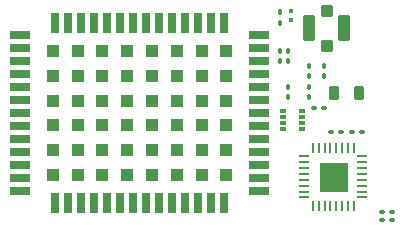
<source format=gbr>
%TF.GenerationSoftware,KiCad,Pcbnew,9.0.1*%
%TF.CreationDate,2025-05-26T16:44:25+02:00*%
%TF.ProjectId,Janus HW,4a616e75-7320-4485-972e-6b696361645f,rev?*%
%TF.SameCoordinates,Original*%
%TF.FileFunction,Paste,Top*%
%TF.FilePolarity,Positive*%
%FSLAX46Y46*%
G04 Gerber Fmt 4.6, Leading zero omitted, Abs format (unit mm)*
G04 Created by KiCad (PCBNEW 9.0.1) date 2025-05-26 16:44:25*
%MOMM*%
%LPD*%
G01*
G04 APERTURE LIST*
G04 Aperture macros list*
%AMRoundRect*
0 Rectangle with rounded corners*
0 $1 Rounding radius*
0 $2 $3 $4 $5 $6 $7 $8 $9 X,Y pos of 4 corners*
0 Add a 4 corners polygon primitive as box body*
4,1,4,$2,$3,$4,$5,$6,$7,$8,$9,$2,$3,0*
0 Add four circle primitives for the rounded corners*
1,1,$1+$1,$2,$3*
1,1,$1+$1,$4,$5*
1,1,$1+$1,$6,$7*
1,1,$1+$1,$8,$9*
0 Add four rect primitives between the rounded corners*
20,1,$1+$1,$2,$3,$4,$5,0*
20,1,$1+$1,$4,$5,$6,$7,0*
20,1,$1+$1,$6,$7,$8,$9,0*
20,1,$1+$1,$8,$9,$2,$3,0*%
G04 Aperture macros list end*
%ADD10C,0.010000*%
%ADD11RoundRect,0.090000X0.139000X0.090000X-0.139000X0.090000X-0.139000X-0.090000X0.139000X-0.090000X0*%
%ADD12RoundRect,0.090000X0.090000X-0.139000X0.090000X0.139000X-0.090000X0.139000X-0.090000X-0.139000X0*%
%ADD13RoundRect,0.218750X-0.218750X-0.381250X0.218750X-0.381250X0.218750X0.381250X-0.218750X0.381250X0*%
%ADD14R,0.475000X0.300000*%
%ADD15RoundRect,0.090000X-0.090000X0.139000X-0.090000X-0.139000X0.090000X-0.139000X0.090000X0.139000X0*%
%ADD16R,0.760000X1.790000*%
%ADD17R,0.730000X1.790000*%
%ADD18R,1.790000X0.760000*%
%ADD19R,1.790000X0.780000*%
%ADD20R,1.090000X1.090000*%
%ADD21RoundRect,0.100000X-0.400000X-0.400000X0.400000X-0.400000X0.400000X0.400000X-0.400000X0.400000X0*%
%ADD22RoundRect,0.105000X-0.420000X-0.995000X0.420000X-0.995000X0.420000X0.995000X-0.420000X0.995000X0*%
%ADD23R,0.810000X0.270000*%
%ADD24R,0.270000X0.810000*%
%ADD25RoundRect,0.079500X0.100500X-0.079500X0.100500X0.079500X-0.100500X0.079500X-0.100500X-0.079500X0*%
G04 APERTURE END LIST*
D10*
%TO.C,IC1*%
X195975000Y-72475000D02*
X193635000Y-72475000D01*
X193635000Y-70135000D01*
X195975000Y-70135000D01*
X195975000Y-72475000D01*
G36*
X195975000Y-72475000D02*
G01*
X193635000Y-72475000D01*
X193635000Y-70135000D01*
X195975000Y-70135000D01*
X195975000Y-72475000D01*
G37*
%TD*%
D11*
%TO.C,C5*%
X198910000Y-75000000D03*
X199775000Y-75000000D03*
%TD*%
%TO.C,C4*%
X198910000Y-74250000D03*
X199775000Y-74250000D03*
%TD*%
D12*
%TO.C,R4*%
X191000000Y-64590000D03*
X191000000Y-63725000D03*
%TD*%
%TO.C,R3*%
X192750000Y-64590000D03*
X192750000Y-63725000D03*
%TD*%
D13*
%TO.C,L2*%
X194875000Y-64250000D03*
X197000000Y-64250000D03*
%TD*%
D14*
%TO.C,IC3*%
X192176000Y-67250000D03*
X192176000Y-66750000D03*
X192176000Y-66250000D03*
X192176000Y-65750000D03*
X190500000Y-65750000D03*
X190500000Y-66250000D03*
X190500000Y-66750000D03*
X190500000Y-67250000D03*
%TD*%
D11*
%TO.C,C8*%
X194000000Y-65500000D03*
X193135000Y-65500000D03*
%TD*%
D15*
%TO.C,C7*%
X192750000Y-61910000D03*
X192750000Y-62775000D03*
%TD*%
%TO.C,C6*%
X194000000Y-61885000D03*
X194000000Y-62750000D03*
%TD*%
D16*
%TO.C,IC2*%
X185545000Y-58295000D03*
X184445000Y-58295000D03*
X183345000Y-58295000D03*
D17*
X182260000Y-58295000D03*
D16*
X181145000Y-58295000D03*
X180045000Y-58295000D03*
X178945000Y-58295000D03*
X177845000Y-58295000D03*
D17*
X176760000Y-58295000D03*
D16*
X175645000Y-58295000D03*
X174545000Y-58295000D03*
X173445000Y-58295000D03*
X172345000Y-58295000D03*
X171245000Y-58295000D03*
D18*
X168290000Y-59300000D03*
X168290000Y-60400000D03*
X168290000Y-61500000D03*
X168290000Y-62600000D03*
X168290000Y-63700000D03*
D19*
X168290000Y-64790000D03*
D18*
X168290000Y-65900000D03*
X168290000Y-67000000D03*
X168290000Y-68100000D03*
X168290000Y-69200000D03*
X168290000Y-70300000D03*
X168290000Y-71400000D03*
X168290000Y-72500000D03*
D16*
X171245000Y-73505000D03*
X172345000Y-73505000D03*
X173445000Y-73505000D03*
X174545000Y-73505000D03*
X175645000Y-73505000D03*
X176745000Y-73505000D03*
X177845000Y-73505000D03*
X178945000Y-73505000D03*
X180045000Y-73505000D03*
X181145000Y-73505000D03*
X182245000Y-73505000D03*
X183345000Y-73505000D03*
X184445000Y-73505000D03*
X185545000Y-73505000D03*
D18*
X188500000Y-72500000D03*
X188500000Y-71400000D03*
X188500000Y-70300000D03*
X188500000Y-69200000D03*
X188500000Y-68100000D03*
X188500000Y-67000000D03*
X188500000Y-65900000D03*
X188500000Y-64800000D03*
X188500000Y-63700000D03*
X188500000Y-62600000D03*
X188500000Y-61500000D03*
X188500000Y-60400000D03*
X188500000Y-59300000D03*
D20*
X185745000Y-60650000D03*
X183645000Y-60650000D03*
X181545000Y-60650000D03*
X179445000Y-60650000D03*
X177345000Y-60650000D03*
X175245000Y-60650000D03*
X173145000Y-60650000D03*
X171045000Y-60650000D03*
X185745000Y-62750000D03*
X183645000Y-62750000D03*
X181545000Y-62750000D03*
X179445000Y-62750000D03*
X177345000Y-62750000D03*
X175245000Y-62750000D03*
X173145000Y-62750000D03*
X171045000Y-62750000D03*
X185745000Y-64850000D03*
X183645000Y-64850000D03*
X181545000Y-64850000D03*
X179445000Y-64850000D03*
X177345000Y-64850000D03*
X175245000Y-64850000D03*
X173145000Y-64850000D03*
X171045000Y-64850000D03*
X185745000Y-66950000D03*
X183645000Y-66950000D03*
X181545000Y-66950000D03*
X179445000Y-66950000D03*
X177345000Y-66950000D03*
X175245000Y-66950000D03*
X173145000Y-66950000D03*
X171045000Y-66950000D03*
X185745000Y-69050000D03*
X183645000Y-69050000D03*
X181545000Y-69050000D03*
X179445000Y-69050000D03*
X177345000Y-69050000D03*
X175245000Y-69050000D03*
X173145000Y-69050000D03*
X171045000Y-69050000D03*
X185745000Y-71150000D03*
X183645000Y-71150000D03*
X181545000Y-71150000D03*
X179445000Y-71150000D03*
X177345000Y-71150000D03*
X175245000Y-71150000D03*
X173145000Y-71150000D03*
X171045000Y-71150000D03*
%TD*%
D21*
%TO.C,AE2*%
X194250000Y-57250000D03*
D22*
X195725000Y-58750000D03*
D21*
X194250000Y-60250000D03*
D22*
X192775000Y-58750000D03*
%TD*%
D23*
%TO.C,IC1*%
X197250000Y-73055000D03*
X197250000Y-72555000D03*
X197250000Y-72055000D03*
X197250000Y-71555000D03*
X197250000Y-71055000D03*
X197250000Y-70555000D03*
X197250000Y-70055000D03*
X197250000Y-69555000D03*
D24*
X196555000Y-68860000D03*
X196055000Y-68860000D03*
X195555000Y-68860000D03*
X195055000Y-68860000D03*
X194555000Y-68860000D03*
X194055000Y-68860000D03*
X193555000Y-68860000D03*
X193055000Y-68860000D03*
D23*
X192360000Y-69555000D03*
X192360000Y-70055000D03*
X192360000Y-70555000D03*
X192360000Y-71055000D03*
X192360000Y-71555000D03*
X192360000Y-72055000D03*
X192360000Y-72555000D03*
X192360000Y-73055000D03*
D24*
X193055000Y-73750000D03*
X193555000Y-73750000D03*
X194055000Y-73750000D03*
X194555000Y-73750000D03*
X195055000Y-73750000D03*
X195555000Y-73750000D03*
X196055000Y-73750000D03*
X196555000Y-73750000D03*
%TD*%
D15*
%TO.C,C1*%
X190250000Y-57385000D03*
X190250000Y-58250000D03*
%TD*%
D25*
%TO.C,L1*%
X191250000Y-58000000D03*
X191250000Y-57310000D03*
%TD*%
D12*
%TO.C,C2*%
X191000000Y-61500000D03*
X191000000Y-60635000D03*
%TD*%
D11*
%TO.C,R1*%
X195432500Y-67500000D03*
X194567500Y-67500000D03*
%TD*%
%TO.C,R2*%
X197250000Y-67500000D03*
X196385000Y-67500000D03*
%TD*%
D12*
%TO.C,C3*%
X190250000Y-61500000D03*
X190250000Y-60635000D03*
%TD*%
M02*

</source>
